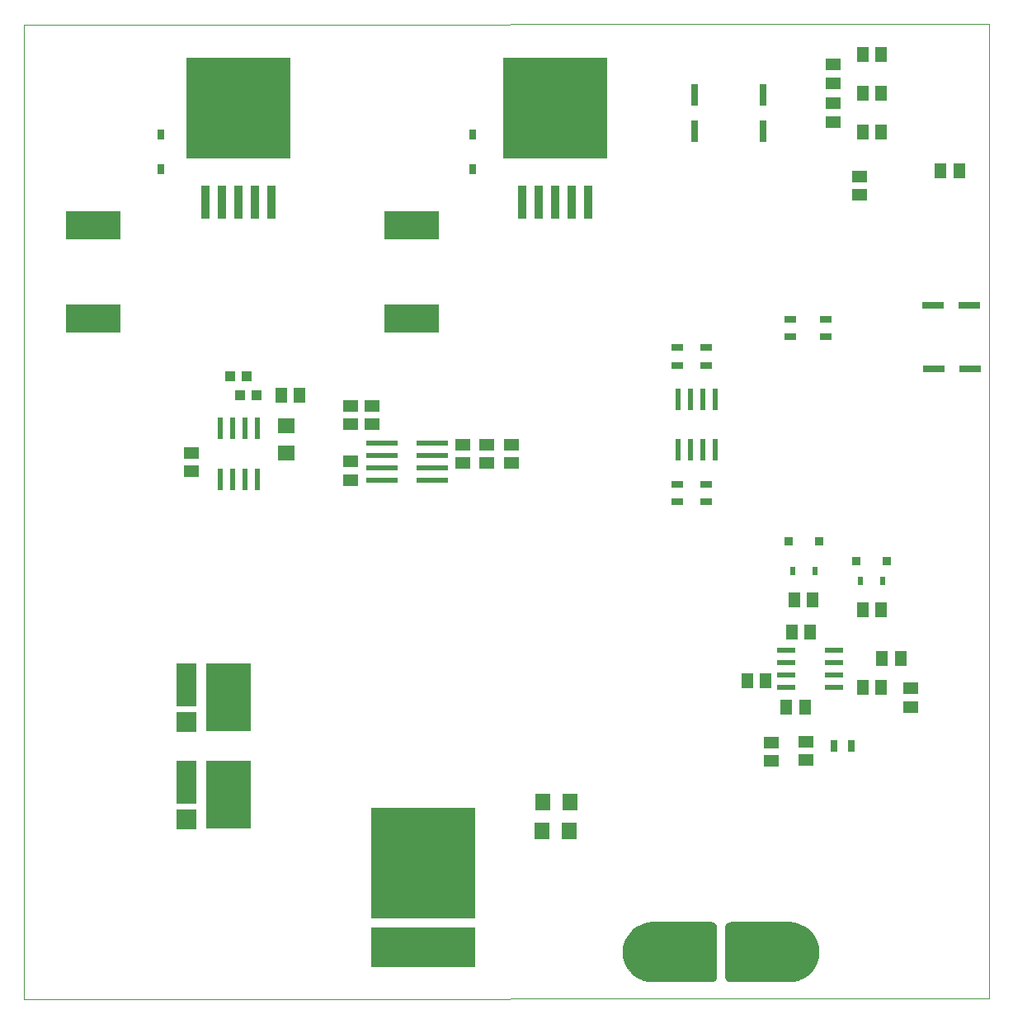
<source format=gtp>
G75*
%MOIN*%
%OFA0B0*%
%FSLAX25Y25*%
%IPPOS*%
%LPD*%
%AMOC8*
5,1,8,0,0,1.08239X$1,22.5*
%
%ADD10C,0.00000*%
%ADD11R,0.07800X0.02200*%
%ADD12R,0.07087X0.06299*%
%ADD13R,0.02559X0.08661*%
%ADD14R,0.05118X0.05906*%
%ADD15R,0.08661X0.02559*%
%ADD16R,0.05906X0.05118*%
%ADD17R,0.04331X0.03937*%
%ADD18R,0.06299X0.07087*%
%ADD19R,0.03150X0.04724*%
%ADD20R,0.02362X0.08661*%
%ADD21R,0.17835X0.27559*%
%ADD22R,0.07874X0.07874*%
%ADD23R,0.07874X0.17717*%
%ADD24R,0.22047X0.11811*%
%ADD25R,0.02953X0.03937*%
%ADD26R,0.03800X0.13800*%
%ADD27R,0.42200X0.40800*%
%ADD28R,0.13000X0.02362*%
%ADD29R,0.42126X0.44882*%
%ADD30R,0.42126X0.16260*%
%ADD31C,0.00500*%
%ADD32R,0.03937X0.11811*%
%ADD33R,0.02480X0.03268*%
%ADD34R,0.03543X0.03740*%
%ADD35R,0.04724X0.03150*%
D10*
X0009174Y0009174D02*
X0009174Y0402875D01*
X0398938Y0403269D01*
X0398938Y0009568D01*
X0009174Y0009174D01*
D11*
X0316954Y0135454D03*
X0316954Y0140454D03*
X0316954Y0145454D03*
X0316954Y0150454D03*
X0336354Y0150454D03*
X0336354Y0145454D03*
X0336354Y0140454D03*
X0336354Y0135454D03*
D12*
X0114961Y0230080D03*
X0114961Y0241103D03*
D13*
X0280040Y0359961D03*
X0280040Y0374528D03*
X0307599Y0374528D03*
X0307599Y0359961D03*
D14*
X0347954Y0359568D03*
X0355434Y0359568D03*
X0355434Y0375316D03*
X0347954Y0375316D03*
X0347954Y0391064D03*
X0355434Y0391064D03*
X0379450Y0343820D03*
X0386930Y0343820D03*
X0327875Y0170591D03*
X0320394Y0170591D03*
X0319410Y0157796D03*
X0326891Y0157796D03*
X0347954Y0166654D03*
X0355434Y0166654D03*
X0355828Y0146969D03*
X0363308Y0146969D03*
X0355434Y0135158D03*
X0347954Y0135158D03*
X0324725Y0127481D03*
X0317245Y0127481D03*
X0308780Y0138111D03*
X0301300Y0138111D03*
X0120473Y0253190D03*
X0112993Y0253190D03*
D15*
X0376694Y0263898D03*
X0391261Y0263898D03*
X0391064Y0289489D03*
X0376497Y0289489D03*
D16*
X0346772Y0334174D03*
X0346772Y0341654D03*
X0335946Y0363702D03*
X0335946Y0371182D03*
X0335946Y0379450D03*
X0335946Y0386930D03*
X0206024Y0233387D03*
X0206024Y0225906D03*
X0196182Y0225906D03*
X0196182Y0233387D03*
X0186339Y0233387D03*
X0186339Y0225906D03*
X0149922Y0241654D03*
X0149922Y0249135D03*
X0141064Y0249135D03*
X0141064Y0241654D03*
X0141064Y0226497D03*
X0141064Y0219017D03*
X0076615Y0222520D03*
X0076615Y0230001D03*
X0310946Y0112993D03*
X0310946Y0105513D03*
X0325119Y0105828D03*
X0325119Y0113308D03*
X0367442Y0127481D03*
X0367442Y0134961D03*
D17*
X0103072Y0253269D03*
X0096379Y0253269D03*
X0099135Y0261143D03*
X0092442Y0261143D03*
D18*
X0218859Y0089095D03*
X0229883Y0089095D03*
X0229568Y0077284D03*
X0218544Y0077284D03*
D19*
X0336339Y0111536D03*
X0343426Y0111536D03*
D20*
X0288328Y0231221D03*
X0283328Y0231221D03*
X0278328Y0231221D03*
X0273328Y0231221D03*
X0273328Y0251694D03*
X0278328Y0251694D03*
X0283328Y0251694D03*
X0288328Y0251694D03*
X0103288Y0239883D03*
X0098288Y0239883D03*
X0093288Y0239883D03*
X0088288Y0239883D03*
X0088288Y0219410D03*
X0093288Y0219410D03*
X0098288Y0219410D03*
X0103288Y0219410D03*
D21*
X0091595Y0131221D03*
X0091595Y0091851D03*
D22*
X0074922Y0081891D03*
X0074922Y0121261D03*
D23*
X0074922Y0136300D03*
X0074922Y0096930D03*
D24*
X0036930Y0284450D03*
X0036930Y0321851D03*
X0165670Y0321851D03*
X0165670Y0284450D03*
D25*
X0190276Y0344607D03*
X0190276Y0358780D03*
X0064292Y0358780D03*
X0064292Y0344607D03*
D26*
X0082402Y0331410D03*
X0089095Y0331410D03*
X0095788Y0331410D03*
X0102481Y0331410D03*
X0109174Y0331410D03*
X0210355Y0331410D03*
X0217048Y0331410D03*
X0223741Y0331410D03*
X0230434Y0331410D03*
X0237127Y0331410D03*
D27*
X0223741Y0369410D03*
X0095788Y0369410D03*
D28*
X0153702Y0234076D03*
X0153702Y0229076D03*
X0153702Y0224076D03*
X0153702Y0219076D03*
X0174174Y0219076D03*
X0174174Y0224076D03*
X0174174Y0229076D03*
X0174174Y0234076D03*
D29*
X0170591Y0064292D03*
D30*
X0170591Y0030434D03*
D31*
X0251418Y0028347D02*
X0251538Y0030028D01*
X0251897Y0031675D01*
X0252485Y0033254D01*
X0253293Y0034733D01*
X0254303Y0036082D01*
X0255495Y0037273D01*
X0256844Y0038283D01*
X0258323Y0039091D01*
X0259902Y0039680D01*
X0261548Y0040038D01*
X0263229Y0040158D01*
X0286851Y0040158D01*
X0287289Y0040109D01*
X0287705Y0039963D01*
X0288079Y0039729D01*
X0288390Y0039417D01*
X0288625Y0039044D01*
X0288770Y0038628D01*
X0288820Y0038190D01*
X0288820Y0018505D01*
X0288770Y0018067D01*
X0288625Y0017651D01*
X0288390Y0017277D01*
X0288079Y0016966D01*
X0287705Y0016731D01*
X0287289Y0016586D01*
X0286851Y0016536D01*
X0263229Y0016536D01*
X0261548Y0016656D01*
X0259902Y0017015D01*
X0258323Y0017604D01*
X0256844Y0018411D01*
X0255495Y0019421D01*
X0254303Y0020613D01*
X0253293Y0021962D01*
X0252485Y0023441D01*
X0251897Y0025020D01*
X0251538Y0026666D01*
X0251418Y0028347D01*
X0251435Y0028117D02*
X0288820Y0028117D01*
X0288820Y0027619D02*
X0251470Y0027619D01*
X0251506Y0027120D02*
X0288820Y0027120D01*
X0288820Y0026622D02*
X0251548Y0026622D01*
X0251656Y0026123D02*
X0288820Y0026123D01*
X0288820Y0025625D02*
X0251765Y0025625D01*
X0251873Y0025126D02*
X0288820Y0025126D01*
X0288820Y0024628D02*
X0252043Y0024628D01*
X0252229Y0024129D02*
X0288820Y0024129D01*
X0288820Y0023631D02*
X0252415Y0023631D01*
X0252654Y0023132D02*
X0288820Y0023132D01*
X0288820Y0022634D02*
X0252926Y0022634D01*
X0253198Y0022135D02*
X0288820Y0022135D01*
X0288820Y0021637D02*
X0253536Y0021637D01*
X0253909Y0021138D02*
X0288820Y0021138D01*
X0288820Y0020640D02*
X0254283Y0020640D01*
X0254774Y0020141D02*
X0288820Y0020141D01*
X0288820Y0019643D02*
X0255273Y0019643D01*
X0255864Y0019144D02*
X0288820Y0019144D01*
X0288820Y0018646D02*
X0256530Y0018646D01*
X0257327Y0018147D02*
X0288779Y0018147D01*
X0288624Y0017649D02*
X0258240Y0017649D01*
X0259538Y0017150D02*
X0288263Y0017150D01*
X0287478Y0016652D02*
X0261615Y0016652D01*
X0263229Y0024410D02*
X0278977Y0024410D01*
X0279101Y0024412D01*
X0279224Y0024418D01*
X0279348Y0024427D01*
X0279470Y0024441D01*
X0279593Y0024458D01*
X0279715Y0024480D01*
X0279836Y0024505D01*
X0279956Y0024534D01*
X0280075Y0024566D01*
X0280194Y0024603D01*
X0280311Y0024643D01*
X0280426Y0024686D01*
X0280541Y0024734D01*
X0280653Y0024785D01*
X0280764Y0024839D01*
X0280874Y0024897D01*
X0280981Y0024958D01*
X0281087Y0025023D01*
X0281190Y0025091D01*
X0281291Y0025162D01*
X0281390Y0025236D01*
X0281487Y0025313D01*
X0281581Y0025394D01*
X0281672Y0025477D01*
X0281761Y0025563D01*
X0281847Y0025652D01*
X0281930Y0025743D01*
X0282011Y0025837D01*
X0282088Y0025934D01*
X0282162Y0026033D01*
X0282233Y0026134D01*
X0282301Y0026237D01*
X0282366Y0026343D01*
X0282427Y0026450D01*
X0282485Y0026560D01*
X0282539Y0026671D01*
X0282590Y0026783D01*
X0282638Y0026898D01*
X0282681Y0027013D01*
X0282721Y0027130D01*
X0282758Y0027249D01*
X0282790Y0027368D01*
X0282819Y0027488D01*
X0282844Y0027609D01*
X0282866Y0027731D01*
X0282883Y0027854D01*
X0282897Y0027976D01*
X0282906Y0028100D01*
X0282912Y0028223D01*
X0282914Y0028347D01*
X0282912Y0028471D01*
X0282906Y0028594D01*
X0282897Y0028718D01*
X0282883Y0028840D01*
X0282866Y0028963D01*
X0282844Y0029085D01*
X0282819Y0029206D01*
X0282790Y0029326D01*
X0282758Y0029445D01*
X0282721Y0029564D01*
X0282681Y0029681D01*
X0282638Y0029796D01*
X0282590Y0029911D01*
X0282539Y0030023D01*
X0282485Y0030134D01*
X0282427Y0030244D01*
X0282366Y0030351D01*
X0282301Y0030457D01*
X0282233Y0030560D01*
X0282162Y0030661D01*
X0282088Y0030760D01*
X0282011Y0030857D01*
X0281930Y0030951D01*
X0281847Y0031042D01*
X0281761Y0031131D01*
X0281672Y0031217D01*
X0281581Y0031300D01*
X0281487Y0031381D01*
X0281390Y0031458D01*
X0281291Y0031532D01*
X0281190Y0031603D01*
X0281087Y0031671D01*
X0280981Y0031736D01*
X0280874Y0031797D01*
X0280764Y0031855D01*
X0280653Y0031909D01*
X0280541Y0031960D01*
X0280426Y0032008D01*
X0280311Y0032051D01*
X0280194Y0032091D01*
X0280075Y0032128D01*
X0279956Y0032160D01*
X0279836Y0032189D01*
X0279715Y0032214D01*
X0279593Y0032236D01*
X0279470Y0032253D01*
X0279348Y0032267D01*
X0279224Y0032276D01*
X0279101Y0032282D01*
X0278977Y0032284D01*
X0263229Y0032284D01*
X0263105Y0032282D01*
X0262982Y0032276D01*
X0262858Y0032267D01*
X0262736Y0032253D01*
X0262613Y0032236D01*
X0262491Y0032214D01*
X0262370Y0032189D01*
X0262250Y0032160D01*
X0262131Y0032128D01*
X0262012Y0032091D01*
X0261895Y0032051D01*
X0261780Y0032008D01*
X0261665Y0031960D01*
X0261553Y0031909D01*
X0261442Y0031855D01*
X0261332Y0031797D01*
X0261225Y0031736D01*
X0261119Y0031671D01*
X0261016Y0031603D01*
X0260915Y0031532D01*
X0260816Y0031458D01*
X0260719Y0031381D01*
X0260625Y0031300D01*
X0260534Y0031217D01*
X0260445Y0031131D01*
X0260359Y0031042D01*
X0260276Y0030951D01*
X0260195Y0030857D01*
X0260118Y0030760D01*
X0260044Y0030661D01*
X0259973Y0030560D01*
X0259905Y0030457D01*
X0259840Y0030351D01*
X0259779Y0030244D01*
X0259721Y0030134D01*
X0259667Y0030023D01*
X0259616Y0029911D01*
X0259568Y0029796D01*
X0259525Y0029681D01*
X0259485Y0029564D01*
X0259448Y0029445D01*
X0259416Y0029326D01*
X0259387Y0029206D01*
X0259362Y0029085D01*
X0259340Y0028963D01*
X0259323Y0028840D01*
X0259309Y0028718D01*
X0259300Y0028594D01*
X0259294Y0028471D01*
X0259292Y0028347D01*
X0259294Y0028223D01*
X0259300Y0028100D01*
X0259309Y0027976D01*
X0259323Y0027854D01*
X0259340Y0027731D01*
X0259362Y0027609D01*
X0259387Y0027488D01*
X0259416Y0027368D01*
X0259448Y0027249D01*
X0259485Y0027130D01*
X0259525Y0027013D01*
X0259568Y0026898D01*
X0259616Y0026783D01*
X0259667Y0026671D01*
X0259721Y0026560D01*
X0259779Y0026450D01*
X0259840Y0026343D01*
X0259905Y0026237D01*
X0259973Y0026134D01*
X0260044Y0026033D01*
X0260118Y0025934D01*
X0260195Y0025837D01*
X0260276Y0025743D01*
X0260359Y0025652D01*
X0260445Y0025563D01*
X0260534Y0025477D01*
X0260625Y0025394D01*
X0260719Y0025313D01*
X0260816Y0025236D01*
X0260915Y0025162D01*
X0261016Y0025091D01*
X0261119Y0025023D01*
X0261225Y0024958D01*
X0261332Y0024897D01*
X0261442Y0024839D01*
X0261553Y0024785D01*
X0261665Y0024734D01*
X0261780Y0024686D01*
X0261895Y0024643D01*
X0262012Y0024603D01*
X0262131Y0024566D01*
X0262250Y0024534D01*
X0262370Y0024505D01*
X0262491Y0024480D01*
X0262613Y0024458D01*
X0262736Y0024441D01*
X0262858Y0024427D01*
X0262982Y0024418D01*
X0263105Y0024412D01*
X0263229Y0024410D01*
X0251437Y0028616D02*
X0288820Y0028616D01*
X0288820Y0029114D02*
X0251473Y0029114D01*
X0251509Y0029613D02*
X0288820Y0029613D01*
X0288820Y0030111D02*
X0251556Y0030111D01*
X0251665Y0030610D02*
X0288820Y0030610D01*
X0288820Y0031109D02*
X0251773Y0031109D01*
X0251882Y0031607D02*
X0288820Y0031607D01*
X0288820Y0032106D02*
X0252057Y0032106D01*
X0252243Y0032604D02*
X0288820Y0032604D01*
X0288820Y0033103D02*
X0252429Y0033103D01*
X0252675Y0033601D02*
X0288820Y0033601D01*
X0288820Y0034100D02*
X0252947Y0034100D01*
X0253220Y0034598D02*
X0288820Y0034598D01*
X0288820Y0035097D02*
X0253565Y0035097D01*
X0253939Y0035595D02*
X0288820Y0035595D01*
X0288820Y0036094D02*
X0254315Y0036094D01*
X0254813Y0036592D02*
X0288820Y0036592D01*
X0288820Y0037091D02*
X0255312Y0037091D01*
X0255916Y0037589D02*
X0288820Y0037589D01*
X0288820Y0038088D02*
X0256582Y0038088D01*
X0257398Y0038586D02*
X0288775Y0038586D01*
X0288599Y0039085D02*
X0258311Y0039085D01*
X0259643Y0039583D02*
X0288224Y0039583D01*
X0287367Y0040082D02*
X0262159Y0040082D01*
X0292757Y0038190D02*
X0292757Y0018505D01*
X0292806Y0018067D01*
X0292952Y0017651D01*
X0293186Y0017277D01*
X0293498Y0016966D01*
X0293871Y0016731D01*
X0294287Y0016586D01*
X0294725Y0016536D01*
X0318347Y0016536D01*
X0320028Y0016656D01*
X0321675Y0017015D01*
X0323254Y0017604D01*
X0324733Y0018411D01*
X0326082Y0019421D01*
X0327273Y0020613D01*
X0328283Y0021962D01*
X0329091Y0023441D01*
X0329680Y0025020D01*
X0330038Y0026666D01*
X0330158Y0028347D01*
X0330038Y0030028D01*
X0329680Y0031675D01*
X0329091Y0033254D01*
X0328283Y0034733D01*
X0327273Y0036082D01*
X0326082Y0037273D01*
X0324733Y0038283D01*
X0323254Y0039091D01*
X0321675Y0039680D01*
X0320028Y0040038D01*
X0318347Y0040158D01*
X0294725Y0040158D01*
X0294287Y0040109D01*
X0293871Y0039963D01*
X0293498Y0039729D01*
X0293186Y0039417D01*
X0292952Y0039044D01*
X0292806Y0038628D01*
X0292757Y0038190D01*
X0292757Y0038088D02*
X0324994Y0038088D01*
X0325660Y0037589D02*
X0292757Y0037589D01*
X0292757Y0037091D02*
X0326265Y0037091D01*
X0326763Y0036592D02*
X0292757Y0036592D01*
X0292757Y0036094D02*
X0327262Y0036094D01*
X0327638Y0035595D02*
X0292757Y0035595D01*
X0292757Y0035097D02*
X0328011Y0035097D01*
X0328357Y0034598D02*
X0292757Y0034598D01*
X0292757Y0034100D02*
X0328629Y0034100D01*
X0328901Y0033601D02*
X0292757Y0033601D01*
X0292757Y0033103D02*
X0329147Y0033103D01*
X0329333Y0032604D02*
X0292757Y0032604D01*
X0292757Y0032106D02*
X0329519Y0032106D01*
X0329695Y0031607D02*
X0292757Y0031607D01*
X0292757Y0031109D02*
X0329803Y0031109D01*
X0329911Y0030610D02*
X0292757Y0030610D01*
X0292757Y0030111D02*
X0330020Y0030111D01*
X0330068Y0029613D02*
X0292757Y0029613D01*
X0292757Y0029114D02*
X0330103Y0029114D01*
X0330139Y0028616D02*
X0292757Y0028616D01*
X0292757Y0028117D02*
X0330142Y0028117D01*
X0330106Y0027619D02*
X0292757Y0027619D01*
X0292757Y0027120D02*
X0330071Y0027120D01*
X0330028Y0026622D02*
X0292757Y0026622D01*
X0292757Y0026123D02*
X0329920Y0026123D01*
X0329811Y0025625D02*
X0292757Y0025625D01*
X0292757Y0025126D02*
X0329703Y0025126D01*
X0329534Y0024628D02*
X0292757Y0024628D01*
X0292757Y0024129D02*
X0329348Y0024129D01*
X0329162Y0023631D02*
X0292757Y0023631D01*
X0292757Y0023132D02*
X0328923Y0023132D01*
X0328650Y0022634D02*
X0292757Y0022634D01*
X0292757Y0022135D02*
X0328378Y0022135D01*
X0328040Y0021637D02*
X0292757Y0021637D01*
X0292757Y0021138D02*
X0327667Y0021138D01*
X0327294Y0020640D02*
X0292757Y0020640D01*
X0292757Y0020141D02*
X0326802Y0020141D01*
X0326304Y0019643D02*
X0292757Y0019643D01*
X0292757Y0019144D02*
X0325712Y0019144D01*
X0325046Y0018646D02*
X0292757Y0018646D01*
X0292797Y0018147D02*
X0324249Y0018147D01*
X0323336Y0017649D02*
X0292953Y0017649D01*
X0293313Y0017150D02*
X0322038Y0017150D01*
X0319962Y0016652D02*
X0294098Y0016652D01*
X0302599Y0024410D02*
X0318347Y0024410D01*
X0318471Y0024412D01*
X0318594Y0024418D01*
X0318718Y0024427D01*
X0318840Y0024441D01*
X0318963Y0024458D01*
X0319085Y0024480D01*
X0319206Y0024505D01*
X0319326Y0024534D01*
X0319445Y0024566D01*
X0319564Y0024603D01*
X0319681Y0024643D01*
X0319796Y0024686D01*
X0319911Y0024734D01*
X0320023Y0024785D01*
X0320134Y0024839D01*
X0320244Y0024897D01*
X0320351Y0024958D01*
X0320457Y0025023D01*
X0320560Y0025091D01*
X0320661Y0025162D01*
X0320760Y0025236D01*
X0320857Y0025313D01*
X0320951Y0025394D01*
X0321042Y0025477D01*
X0321131Y0025563D01*
X0321217Y0025652D01*
X0321300Y0025743D01*
X0321381Y0025837D01*
X0321458Y0025934D01*
X0321532Y0026033D01*
X0321603Y0026134D01*
X0321671Y0026237D01*
X0321736Y0026343D01*
X0321797Y0026450D01*
X0321855Y0026560D01*
X0321909Y0026671D01*
X0321960Y0026783D01*
X0322008Y0026898D01*
X0322051Y0027013D01*
X0322091Y0027130D01*
X0322128Y0027249D01*
X0322160Y0027368D01*
X0322189Y0027488D01*
X0322214Y0027609D01*
X0322236Y0027731D01*
X0322253Y0027854D01*
X0322267Y0027976D01*
X0322276Y0028100D01*
X0322282Y0028223D01*
X0322284Y0028347D01*
X0322282Y0028471D01*
X0322276Y0028594D01*
X0322267Y0028718D01*
X0322253Y0028840D01*
X0322236Y0028963D01*
X0322214Y0029085D01*
X0322189Y0029206D01*
X0322160Y0029326D01*
X0322128Y0029445D01*
X0322091Y0029564D01*
X0322051Y0029681D01*
X0322008Y0029796D01*
X0321960Y0029911D01*
X0321909Y0030023D01*
X0321855Y0030134D01*
X0321797Y0030244D01*
X0321736Y0030351D01*
X0321671Y0030457D01*
X0321603Y0030560D01*
X0321532Y0030661D01*
X0321458Y0030760D01*
X0321381Y0030857D01*
X0321300Y0030951D01*
X0321217Y0031042D01*
X0321131Y0031131D01*
X0321042Y0031217D01*
X0320951Y0031300D01*
X0320857Y0031381D01*
X0320760Y0031458D01*
X0320661Y0031532D01*
X0320560Y0031603D01*
X0320457Y0031671D01*
X0320351Y0031736D01*
X0320244Y0031797D01*
X0320134Y0031855D01*
X0320023Y0031909D01*
X0319911Y0031960D01*
X0319796Y0032008D01*
X0319681Y0032051D01*
X0319564Y0032091D01*
X0319445Y0032128D01*
X0319326Y0032160D01*
X0319206Y0032189D01*
X0319085Y0032214D01*
X0318963Y0032236D01*
X0318840Y0032253D01*
X0318718Y0032267D01*
X0318594Y0032276D01*
X0318471Y0032282D01*
X0318347Y0032284D01*
X0302599Y0032284D01*
X0302475Y0032282D01*
X0302352Y0032276D01*
X0302228Y0032267D01*
X0302106Y0032253D01*
X0301983Y0032236D01*
X0301861Y0032214D01*
X0301740Y0032189D01*
X0301620Y0032160D01*
X0301501Y0032128D01*
X0301382Y0032091D01*
X0301265Y0032051D01*
X0301150Y0032008D01*
X0301035Y0031960D01*
X0300923Y0031909D01*
X0300812Y0031855D01*
X0300702Y0031797D01*
X0300595Y0031736D01*
X0300489Y0031671D01*
X0300386Y0031603D01*
X0300285Y0031532D01*
X0300186Y0031458D01*
X0300089Y0031381D01*
X0299995Y0031300D01*
X0299904Y0031217D01*
X0299815Y0031131D01*
X0299729Y0031042D01*
X0299646Y0030951D01*
X0299565Y0030857D01*
X0299488Y0030760D01*
X0299414Y0030661D01*
X0299343Y0030560D01*
X0299275Y0030457D01*
X0299210Y0030351D01*
X0299149Y0030244D01*
X0299091Y0030134D01*
X0299037Y0030023D01*
X0298986Y0029911D01*
X0298938Y0029796D01*
X0298895Y0029681D01*
X0298855Y0029564D01*
X0298818Y0029445D01*
X0298786Y0029326D01*
X0298757Y0029206D01*
X0298732Y0029085D01*
X0298710Y0028963D01*
X0298693Y0028840D01*
X0298679Y0028718D01*
X0298670Y0028594D01*
X0298664Y0028471D01*
X0298662Y0028347D01*
X0298664Y0028223D01*
X0298670Y0028100D01*
X0298679Y0027976D01*
X0298693Y0027854D01*
X0298710Y0027731D01*
X0298732Y0027609D01*
X0298757Y0027488D01*
X0298786Y0027368D01*
X0298818Y0027249D01*
X0298855Y0027130D01*
X0298895Y0027013D01*
X0298938Y0026898D01*
X0298986Y0026783D01*
X0299037Y0026671D01*
X0299091Y0026560D01*
X0299149Y0026450D01*
X0299210Y0026343D01*
X0299275Y0026237D01*
X0299343Y0026134D01*
X0299414Y0026033D01*
X0299488Y0025934D01*
X0299565Y0025837D01*
X0299646Y0025743D01*
X0299729Y0025652D01*
X0299815Y0025563D01*
X0299904Y0025477D01*
X0299995Y0025394D01*
X0300089Y0025313D01*
X0300186Y0025236D01*
X0300285Y0025162D01*
X0300386Y0025091D01*
X0300489Y0025023D01*
X0300595Y0024958D01*
X0300702Y0024897D01*
X0300812Y0024839D01*
X0300923Y0024785D01*
X0301035Y0024734D01*
X0301150Y0024686D01*
X0301265Y0024643D01*
X0301382Y0024603D01*
X0301501Y0024566D01*
X0301620Y0024534D01*
X0301740Y0024505D01*
X0301861Y0024480D01*
X0301983Y0024458D01*
X0302106Y0024441D01*
X0302228Y0024427D01*
X0302352Y0024418D01*
X0302475Y0024412D01*
X0302599Y0024410D01*
X0292801Y0038586D02*
X0324178Y0038586D01*
X0323265Y0039085D02*
X0292977Y0039085D01*
X0293352Y0039583D02*
X0321934Y0039583D01*
X0319418Y0040082D02*
X0294209Y0040082D01*
D32*
X0294725Y0028347D03*
X0286851Y0028347D03*
D33*
X0347166Y0178465D03*
X0356221Y0178465D03*
X0328662Y0182402D03*
X0319607Y0182402D03*
D34*
X0317934Y0194213D03*
X0330335Y0194213D03*
X0345493Y0186339D03*
X0357894Y0186339D03*
D35*
X0284765Y0210355D03*
X0284765Y0217442D03*
X0272954Y0217442D03*
X0272954Y0210355D03*
X0272954Y0265473D03*
X0272954Y0272560D03*
X0284765Y0272560D03*
X0284765Y0265473D03*
X0318623Y0276891D03*
X0318623Y0283977D03*
X0333190Y0283977D03*
X0333190Y0276891D03*
M02*

</source>
